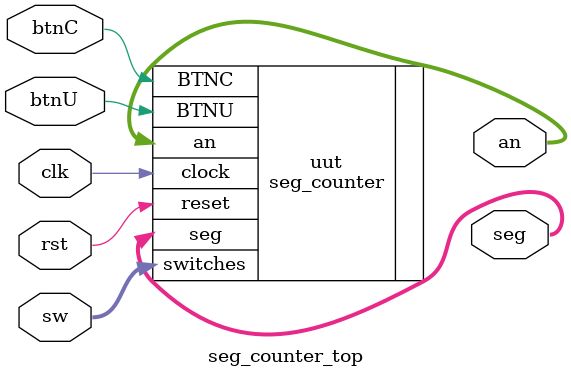
<source format=v>
`timescale 1ns / 1ps

module seg_counter_top(
    input wire clk,             // 100 MHz clock from the board
    input wire rst,             // Reset button
    input wire btnU,            // Button to set to 9999
    input wire btnC,            // Button to reset to 0000
    input wire [7:0] sw,             // Switch to count up by 1000
    output wire [3:0] an,      // Anodes for 7-segment displays
    output wire [6:0] seg      // Segment output for 7-segment displays
);
    // Instantiate the seg_counter module
    seg_counter uut (
        .clock(clk),
        .reset(rst),
        .switches(sw),
        .BTNU(btnU),
        .BTNC(btnC),
        .seg(seg),
        .an(an)
    );

endmodule


</source>
